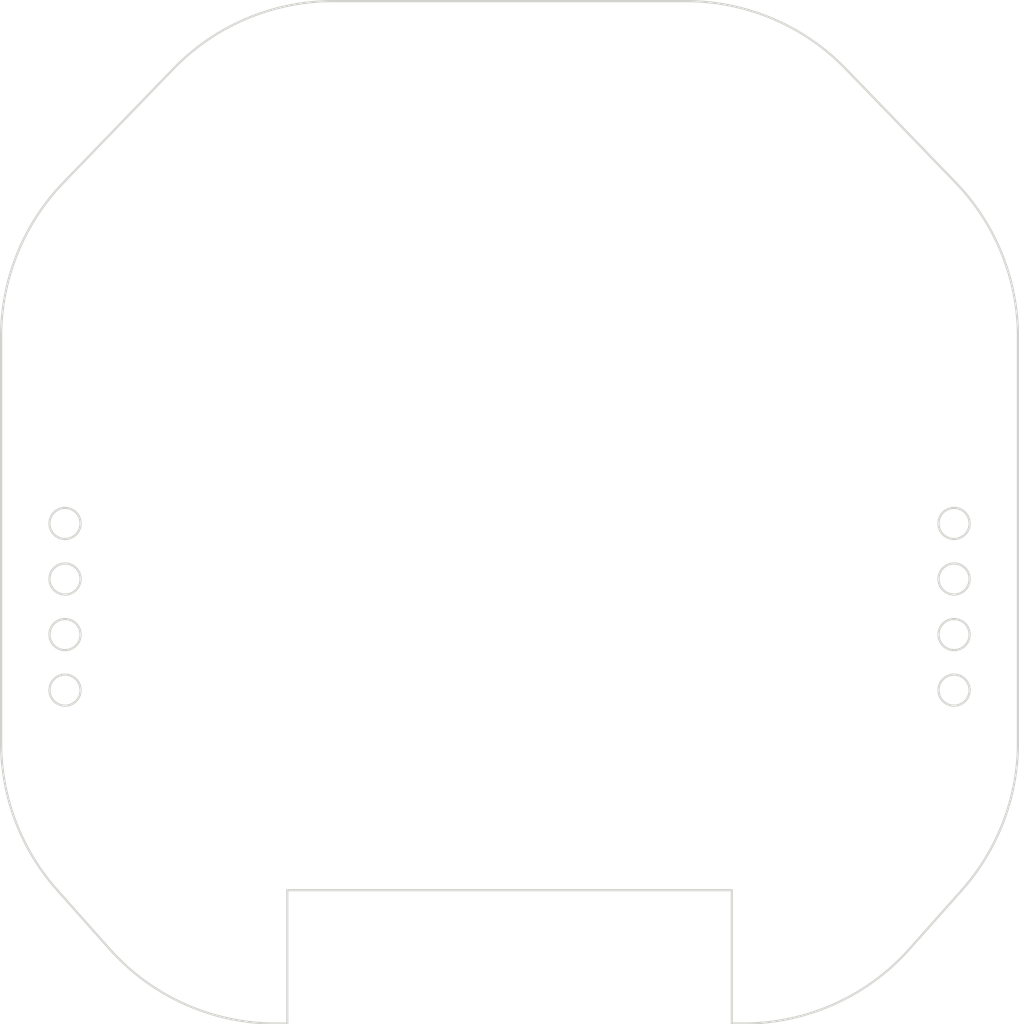
<source format=kicad_pcb>
(kicad_pcb (version 20200628) (host pcbnew "5.99.0-unknown-77313e4~88~ubuntu18.04.1")

  (general
    (thickness 1.6)
    (drawings 28)
    (tracks 0)
    (modules 0)
    (nets 1)
  )

  (paper "A4")
  (layers
    (0 "F.Cu" signal)
    (31 "B.Cu" signal)
    (32 "B.Adhes" user)
    (33 "F.Adhes" user)
    (34 "B.Paste" user)
    (35 "F.Paste" user)
    (36 "B.SilkS" user)
    (37 "F.SilkS" user)
    (38 "B.Mask" user)
    (39 "F.Mask" user)
    (40 "Dwgs.User" user)
    (41 "Cmts.User" user)
    (42 "Eco1.User" user)
    (43 "Eco2.User" user)
    (44 "Edge.Cuts" user)
    (45 "Margin" user)
    (46 "B.CrtYd" user)
    (47 "F.CrtYd" user)
    (48 "B.Fab" user)
    (49 "F.Fab" user)
  )

  (setup
    (pcbplotparams
      (layerselection 0x010fc_ffffffff)
      (usegerberextensions false)
      (usegerberattributes true)
      (usegerberadvancedattributes true)
      (creategerberjobfile true)
      (svguseinch false)
      (svgprecision 6)
      (excludeedgelayer true)
      (linewidth 0.100000)
      (plotframeref false)
      (viasonmask false)
      (mode 1)
      (useauxorigin false)
      (hpglpennumber 1)
      (hpglpenspeed 20)
      (hpglpendiameter 15.000000)
      (psnegative false)
      (psa4output false)
      (plotreference true)
      (plotvalue true)
      (plotinvisibletext false)
      (sketchpadsonfab false)
      (subtractmaskfromsilk false)
      (outputformat 1)
      (mirror false)
      (drillshape 1)
      (scaleselection 1)
      (outputdirectory "")
    )
  )

  (net 0 "")

  (gr_line (start 127.852675 114.549653) (end 130.206106 117.195754) (layer "Edge.Cuts") (width 0.1) (tstamp 45a7c784-c5e9-4894-9fb9-e47c4d8e2bad))
  (gr_line (start 168.266688 82.710426) (end 163.330489 77.601528) (layer "Edge.Cuts") (width 0.1) (tstamp d17b9cd4-17fd-4df9-bf3d-01d98a4405b0))
  (gr_line (start 128.133313 82.710426) (end 133.069512 77.601528) (layer "Edge.Cuts") (width 0.1) (tstamp d7815166-8446-4f05-9b32-bfd5ad541394))
  (gr_line (start 158.721683 120.55) (end 158.2 120.55) (layer "Edge.Cuts") (width 0.1) (tstamp a892424f-5395-41b1-a021-0b78b7db7598))
  (gr_circle (center 128.2 103.05) (end 128.9 103.05) (layer "Edge.Cuts") (width 0.1) (tstamp 04a3a0f2-454e-4579-9d37-7b844772abe1))
  (gr_circle (center 168.2 98.05) (end 168.9 98.05) (layer "Edge.Cuts") (width 0.1) (tstamp aeb4ec35-e040-4c60-9ced-33f3c6ffdf44))
  (gr_line (start 168.547326 114.549653) (end 166.193895 117.195754) (layer "Edge.Cuts") (width 0.1) (tstamp 4756051c-b3cb-4072-83f7-3ce7225f3db3))
  (gr_line (start 125.324887 89.658898) (end 125.324887 107.903899) (layer "Edge.Cuts") (width 0.1) (tstamp 35bbdb3e-de11-4fd0-a37d-207892f043dc))
  (gr_circle (center 168.2 103.05) (end 168.9 103.05) (layer "Edge.Cuts") (width 0.1) (tstamp 8eba443c-0219-4e7c-a9c3-86a6034288e4))
  (gr_circle (center 128.2 98.05) (end 128.9 98.05) (layer "Edge.Cuts") (width 0.1) (tstamp af8d165d-7979-4178-b771-098dcc9fef2e))
  (gr_arc (start 161.075114 89.658898) (end 171.075114 89.658898) (angle -44.01504341) (layer "Edge.Cuts") (width 0.1) (tstamp 6c3c2366-cc29-4a9b-8513-62c6edf1f61c))
  (gr_arc (start 161.075114 107.903899) (end 168.547326 114.549653) (angle -41.64975866) (layer "Edge.Cuts") (width 0.1) (tstamp 419932ac-fd78-43d0-9c44-990a2986770c))
  (gr_line (start 158.2 114.55) (end 158.2 120.55) (layer "Edge.Cuts") (width 0.1) (tstamp ddde270b-da24-4bf5-81ac-7274c0faa053))
  (gr_line (start 138.2 120.55) (end 137.678318 120.55) (layer "Edge.Cuts") (width 0.1) (tstamp ecaa598f-5dc3-44a5-bae1-693c5a12deea))
  (gr_circle (center 128.2 105.55) (end 128.9 105.55) (layer "Edge.Cuts") (width 0.1) (tstamp 28559b41-7434-4dd1-be8d-25661b3a3a4d))
  (gr_line (start 171.075114 89.658898) (end 171.075114 107.903899) (layer "Edge.Cuts") (width 0.1) (tstamp d85a9e3b-720e-436e-af73-f7c9a78a6d84))
  (gr_arc (start 156.138915 84.55) (end 163.330489 77.601528) (angle -45.98495659) (layer "Edge.Cuts") (width 0.1) (tstamp 5da00488-d9b7-43d3-ba64-eebf8a610f81))
  (gr_arc (start 140.261086 84.55) (end 140.261086 74.55) (angle -45.98495659) (layer "Edge.Cuts") (width 0.1) (tstamp 3313b43e-f5c2-4905-864d-4caa85cfc87c))
  (gr_arc (start 135.324887 89.658898) (end 128.133313 82.710426) (angle -44.01504341) (layer "Edge.Cuts") (width 0.1) (tstamp e351df28-4dba-4d94-849c-85c429a1f4b1))
  (gr_line (start 138.2 114.55) (end 138.2 120.55) (layer "Edge.Cuts") (width 0.1) (tstamp 0affd5cd-5302-4589-b189-43c6399fbb00))
  (gr_arc (start 137.678318 110.55) (end 130.206106 117.195754) (angle -48.35024134) (layer "Edge.Cuts") (width 0.1) (tstamp 82a22919-77f9-4779-bd19-fa5c65efe2ee))
  (gr_circle (center 168.2 100.55) (end 168.9 100.55) (layer "Edge.Cuts") (width 0.1) (tstamp 77974d4c-c834-453a-b724-fba84f9a94b9))
  (gr_arc (start 135.324887 107.903899) (end 125.324887 107.903899) (angle -41.64975866) (layer "Edge.Cuts") (width 0.1) (tstamp 1da5017d-664b-4353-ba04-24fce21add22))
  (gr_line (start 156.138915 74.55) (end 140.261086 74.55) (layer "Edge.Cuts") (width 0.1) (tstamp e91d691b-6bd9-4e3c-b9b4-3a96b4e5eac5))
  (gr_arc (start 158.721683 110.55) (end 158.721683 120.55) (angle -48.35024134) (layer "Edge.Cuts") (width 0.1) (tstamp c98a5784-dd2b-4570-9848-0859eb3ffaa3))
  (gr_circle (center 168.2 105.55) (end 168.9 105.55) (layer "Edge.Cuts") (width 0.1) (tstamp 9364b44f-1085-4d27-9959-b7c5cb0ba0a1))
  (gr_circle (center 128.2 100.55) (end 128.9 100.55) (layer "Edge.Cuts") (width 0.1) (tstamp 3eaa25d1-1282-454e-969d-b7b7ca49f053))
  (gr_line (start 138.2 114.55) (end 158.2 114.55) (layer "Edge.Cuts") (width 0.1) (tstamp a6dd17ab-5c4e-4017-b3f4-b31fad23889f))

)

</source>
